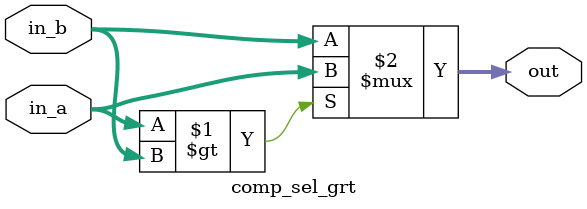
<source format=sv>
module comp_sel_grt
	#(
		parameter DATA_WIDTH = 16
		)
	 (
		input [DATA_WIDTH-1:0] in_a,
		input [DATA_WIDTH-1:0] in_b,
		output [DATA_WIDTH -1:0] out
		);

		// This module ouputs the greater value signal among 2 input signals.

		assign out=(in_a > in_b)?in_a:in_b;
endmodule // comp_sel_grt

</source>
